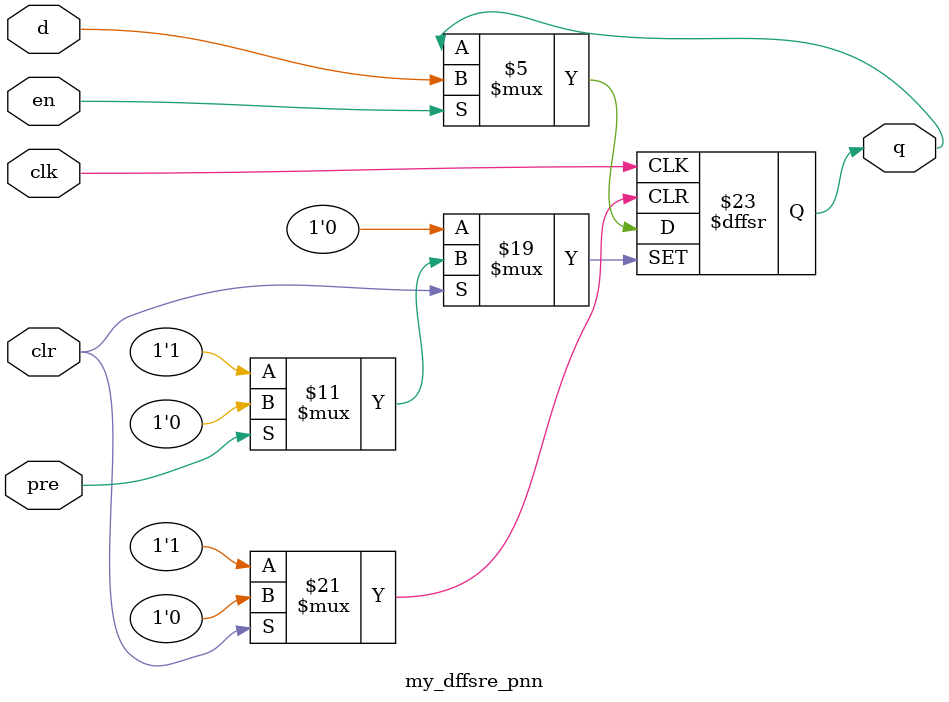
<source format=v>
module my_dffsre_pnn (
    input d,
    clk,
    pre,
    clr,
    en,
    output reg q
);
  initial q <= 1'b0;
  always @(posedge clk or negedge pre or negedge clr)
    if (!pre) q <= 1'b1;
    else if (!clr) q <= 1'b0;
    else if (en) q <= d;
endmodule
</source>
